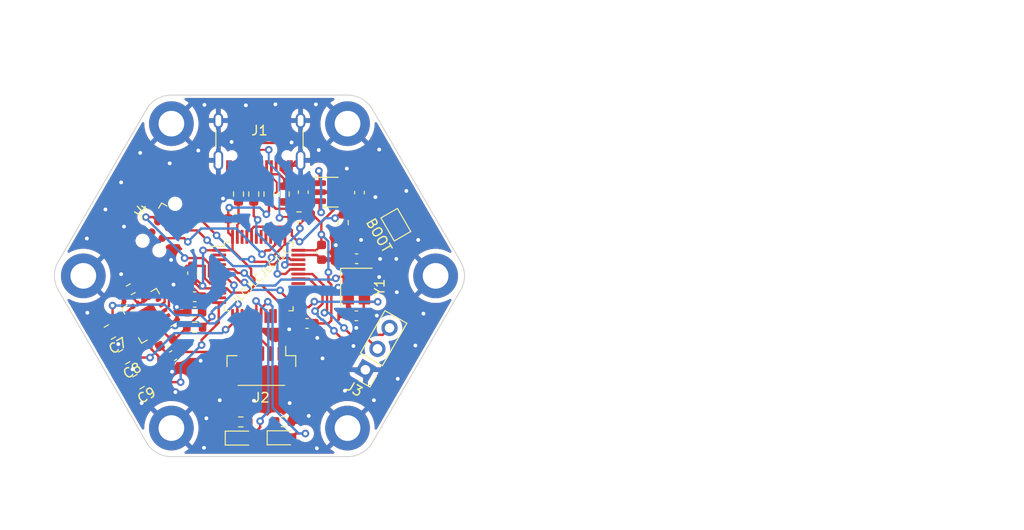
<source format=kicad_pcb>
(kicad_pcb (version 20221018) (generator pcbnew)
  (layers (0 "F.Cu" signal) (31 "B.Cu" signal) (34 "B.Paste" user) (35 "F.Paste" user) (36 "B.SilkS" user "B.Silkscreen") (37 "F.SilkS" user "F.Silkscreen") (38 "B.Mask" user) (39 "F.Mask" user) (44 "Edge.Cuts" user))
  (net 0 "")
  (net 1 "+3.3V")
  (net 5 "ADXL_Z1_{out}")
  (net 6 "ADXL_Y1_{out}")
  (net 7 "ADXL_X1_{out}")
  (net 8 "Net-(D1-K)")
  (net 9 "Net-(D2-K)")
  (net 10 "Net-(J1-CC1)")
  (net 12 "USB_D+")
  (net 13 "Net-(U1-PD0)")
  (net 14 "USB_D-")
  (net 15 "Net-(U1-PD1)")
  (net 17 "ADXL_X2_{out}")
  (net 18 "ADXL_Y2_{out}")
  (net 19 "ADXL_Z2_{out}")
  (net 24 "Net-(J1-CC2)")
  (net 30 "Net-(D1-A)")
  (net 31 "Net-(D2-A)")
  (net 33 "BOOT0")
  (net 34 "TX1")
  (net 35 "Net-(U1-PA12)")
  (net 36 "RX1")
  (net 38 "RST")
  (net 43 "Net-(U1-PA11)")
  (net 46 "SWO")
  (net 47 "+5V")
  (net 48 "GND")
  (net 49 "ADXL_SELF_TEST")
  (net 58 "SWDIO")
  (net 59 "SWCLK")
  (footprint "Package_TO_SOT_SMD:SOT-23-5" (layer "F.Cu") (at 157.289715 91.478051)
    (fp_text reference "U2" hide)
    (fp_text value "AP2112K-3.3")
  )
  (footprint "Capacitor_SMD:C_0805_2012Metric_Pad1.18x1.45mm_HandSolder" (layer "F.Cu") (at 134.118714 106.183328 -150)
    (fp_text reference "C7")
    (fp_text value "4.7nF")
  )
  (footprint "adxl355:LGA-16_4x4mm_P0.65mm_LayoutBorder4x4y_EP" (layer "F.Cu") (at 138.227215 104.478051 -150)
    (fp_text reference "U3" hide)
    (fp_text value "ADXL335")
  )
  (footprint "MountingHole:MountingHole_2.7mm_M2.5_DIN965_Pad" (layer "F.Cu") (at 159.077215 84.278051)
    (fp_text reference "H3" hide)
    (fp_text value "MountingHole_Pad")
  )
  (footprint "Resistor_SMD:R_0603_1608Metric" (layer "F.Cu") (at 149.227215 91.678051 90)
    (fp_text reference "R6" hide)
    (fp_text value "22")
  )
  (footprint "Connector_PinHeader_2.54mm:PinHeader_1x03_P2.54mm_Vertical" (layer "F.Cu") (at 160.95 110.15 150)
    (fp_text reference "J3")
    (fp_text value "Conn_01x03")
  )
  (footprint "Resistor_SMD:R_0603_1608Metric" (layer "F.Cu") (at 143.027215 105.678051 180)
    (fp_text reference "R7" hide)
    (fp_text value "10k")
  )
  (footprint "Resistor_SMD:R_0603_1608Metric" (layer "F.Cu") (at 152.35 115.6 180)
    (fp_text reference "R10" hide)
    (fp_text value "1k")
  )
  (footprint "MountingHole:MountingHole_2.7mm_M2.5_DIN965_Pad" (layer "F.Cu") (at 131.327215 100.278051)
    (fp_text reference "H5" hide)
    (fp_text value "MountingHole_Pad")
  )
  (footprint "Connector_USB:USB_C_Receptacle_XKB_U262-16XN-4BVC11" (layer "F.Cu") (at 149.827215 85.028051 180)
    (fp_text reference "J1")
    (fp_text value "USB_C_Receptacle_USB2.0")
  )
  (footprint "Package_QFP:LQFP-48_7x7mm_P0.5mm" (layer "F.Cu") (at 149.75 100.3375)
    (fp_text reference "U1" hide)
    (fp_text value "STM32F103C8Tx")
  )
  (footprint "Resistor_SMD:R_0603_1608Metric" (layer "F.Cu") (at 147.627215 91.678051 -90)
    (fp_text reference "R2" hide)
    (fp_text value "5.1k")
  )
  (footprint "Resistor_SMD:R_0603_1608Metric" (layer "F.Cu") (at 152.427215 91.678051 -90)
    (fp_text reference "R1" hide)
    (fp_text value "5.1k")
  )
  (footprint "LED_SMD:LED_0603_1608Metric_Pad1.05x0.95mm_HandSolder" (layer "F.Cu") (at 152.3 117.3)
    (fp_text reference "D2" hide)
    (fp_text value "LED")
  )
  (footprint "MountingHole:MountingHole_2.7mm_M2.5_DIN965_Pad" (layer "F.Cu") (at 159.077215 116.278051)
    (fp_text reference "H2" hide)
    (fp_text value "MountingHole_Pad")
  )
  (footprint "MountingHole:MountingHole_2.7mm_M2.5_DIN965_Pad" (layer "F.Cu") (at 140.577215 84.278051)
    (fp_text reference "H4" hide)
    (fp_text value "MountingHole_Pad")
  )
  (footprint "Capacitor_SMD:C_0603_1608Metric" (layer "F.Cu") (at 160.327215 91.528051 90)
    (fp_text reference "C1" hide)
    (fp_text value "10uF")
  )
  (footprint "Capacitor_SMD:C_0603_1608Metric" (layer "F.Cu") (at 140.756045 108.665551 -150)
    (fp_text reference "C11" hide)
    (fp_text value "1uF")
  )
  (footprint "Resistor_SMD:R_0603_1608Metric" (layer "F.Cu") (at 158.627215 94.678051 -90)
    (fp_text reference "R3" hide)
    (fp_text value "100k")
  )
  (footprint "MountingHole:MountingHole_2.7mm_M2.5_DIN965_Pad" (layer "F.Cu") (at 168.327215 100.278051)
    (fp_text reference "H6" hide)
    (fp_text value "MountingHole_Pad")
  )
  (footprint "MountingHole:MountingHole_2.7mm_M2.5_DIN965_Pad" (layer "F.Cu") (at 140.577215 116.278051)
    (fp_text reference "H1" hide)
    (fp_text value "MountingHole_Pad")
  )
  (footprint "Capacitor_SMD:C_0603_1608Metric" (layer "F.Cu") (at 154.827215 105.278051 180)
    (fp_text reference "C4" hide)
    (fp_text value "0.1uF")
  )
  (footprint "Capacitor_SMD:C_0603_1608Metric" (layer "F.Cu") (at 160.027215 98.478051)
    (fp_text reference "C14" hide)
    (fp_text value "20pF")
  )
  (footprint "Resistor_SMD:R_0603_1608Metric" (layer "F.Cu") (at 150.827215 91.678051 -90)
    (fp_text reference "R4" hide)
    (fp_text value "1.5k")
  )
  (footprint "Capacitor_SMD:C_0603_1608Metric" (layer "F.Cu") (at 156.35 97.8 -90)
    (fp_text reference "C3" hide)
    (fp_text value "0.1uF")
  )
  (footprint "Capacitor_SMD:C_0805_2012Metric_Pad1.18x1.45mm_HandSolder" (layer "F.Cu") (at 137.128714 111.396801 -150)
    (fp_text reference "C9")
    (fp_text value "4.7nF")
  )
  (footprint "LED_SMD:LED_0603_1608Metric_Pad1.05x0.95mm_HandSolder" (layer "F.Cu") (at 147.897785 117.330492)
    (fp_text reference "D1" hide)
    (fp_text value "LED")
  )
  (footprint "Jumper:SolderJumper-2_P1.3mm_Open_TrianglePad1.0x1.5mm" (layer "F.Cu") (at 164.15 94.9 120)
    (fp_text reference "JP1" hide)
    (fp_text value "Jumper_2_Open")
  )
  (footprint "Resistor_SMD:R_0603_1608Metric" (layer "F.Cu") (at 147.872785 115.630492 180)
    (fp_text reference "R9" hide)
    (fp_text value "1k")
  )
  (footprint "Capacitor_SMD:C_0603_1608Metric" (layer "F.Cu") (at 160.002215 104.478051 180)
    (fp_text reference "C15" hide)
    (fp_text value "20pF")
  )
  (footprint "Capacitor_SMD:C_0603_1608Metric" (layer "F.Cu") (at 147.327215 94.278051)
    (fp_text reference "C6" hide)
    (fp_text value "0.1uF")
  )
  (footprint "Capacitor_SMD:C_0603_1608Metric" (layer "F.Cu") (at 154.427215 91.478051 90)
    (fp_text reference "C2" hide)
    (fp_text value "10uF")
  )
  (footprint "Capacitor_SMD:C_0603_1608Metric" (layer "F.Cu") (at 142.8 100 90)
    (fp_text reference "C5" hide)
    (fp_text value "0.1uF")
  )
  (footprint "Capacitor_SMD:C_0603_1608Metric" (layer "F.Cu") (at 140.027215 107.278051 -150)
    (fp_text reference "C10" hide)
    (fp_text value "0.1uF")
  )
  (footprint "Resistor_SMD:R_0603_1608Metric" (layer "F.Cu") (at 153.977215 94.078051 180)
    (fp_text reference "R5" hide)
    (fp_text value "22")
  )
  (footprint "Capacitor_SMD:C_0805_2012Metric_Pad1.18x1.45mm_HandSolder" (layer "F.Cu") (at 135.623714 108.790065 -150)
    (fp_text reference "C8")
    (fp_text value "4.7nF")
  )
  (footprint "Capacitor_SMD:C_0603_1608Metric" (layer "F.Cu") (at 143.027215 104.078051 180)
    (fp_text reference "C12" hide)
    (fp_text value "1uF")
  )
  (footprint "Connector_JST:JST_SH_BM05B-SRSS-TB_1x05-1MP_P1.00mm_Vertical" (layer "F.Cu") (at 150.027215 109.778051 180)
    (fp_text reference "J2")
    (fp_text value "JST-SH-01x05")
  )
  (footprint "Connector:Tag-Connect_TC2030-IDC-NL_2x03_P1.27mm_Vertical" (layer "F.Cu") (at 139.7 94.9 -120)
    (fp_text reference "J4")
    (fp_text value "Conn_ARM_SWD_TagConnect_TC2030-NL")
  )
  (footprint "Capacitor_SMD:C_0603_1608Metric" (layer "F.Cu") (at 143.027215 102.478051 180)
    (fp_text reference "C13" hide)
    (fp_text value "10nF")
  )
  (footprint "Resistor_SMD:R_0603_1608Metric" (layer "F.Cu") (at 136.312744 101.690551 30)
    (fp_text reference "R8" hide)
    (fp_text value "10k")
  )
  (footprint "Crystal:Crystal_SMD_3225-4Pin_3.2x2.5mm" (layer "F.Cu") (at 160.002215 101.478051 -90)
    (fp_text reference "Y1")
    (fp_text value "Crystal_GND24")
  )
  (gr_line (start 161.693836 82.774942) (end 170.956994 98.774942) (stroke (width 0.1)) (layer "Edge.Cuts"))
  (gr_line (start 140.556873 81.278051) (end 159.097557 81.278051) (stroke (width 0.1)) (layer "Edge.Cuts"))
  (gr_line (start 128.697436 98.774942) (end 137.960594 82.774942) (stroke (width 0.1)) (layer "Edge.Cuts"))
  (gr_line (start 159.097557 119.278051) (end 140.556873 119.278051) (stroke (width 0.1)) (layer "Edge.Cuts"))
  (gr_arc (start 159.097557 81.278051) (mid 160.595987 81.679093) (end 161.693836 82.774942) (stroke (width 0.1)) (layer "Edge.Cuts"))
  (gr_line (start 137.960594 117.78116) (end 128.697436 101.78116) (stroke (width 0.1)) (layer "Edge.Cuts"))
  (gr_arc (start 161.693836 117.78116) (mid 160.59601 118.877038) (end 159.097557 119.278051) (stroke (width 0.1)) (layer "Edge.Cuts"))
  (gr_line (start 170.956994 101.78116) (end 161.693836 117.78116) (stroke (width 0.1)) (layer "Edge.Cuts"))
  (gr_arc (start 137.960594 82.774942) (mid 139.058425 81.679062) (end 140.556873 81.278051) (stroke (width 0.1)) (layer "Edge.Cuts"))
  (gr_arc (start 170.956994 98.774942) (mid 171.360715 100.278051) (end 170.956994 101.78116) (stroke (width 0.1)) (layer "Edge.Cuts"))
  (gr_arc (start 140.556873 119.278051) (mid 139.058443 118.877009) (end 137.960594 117.78116) (stroke (width 0.1)) (layer "Edge.Cuts"))
  (gr_arc (start 128.697436 101.78116) (mid 128.293715 100.278051) (end 128.697436 98.774942) (stroke (width 0.1)) (layer "Edge.Cuts"))
  (gr_text "JLCJLCJLCJLC" (at 147.4 103.5 45) (layer "F.SilkS") (effects (font (size 0.8 0.8) (thickness 0.1)) (justify left bottom)))
  (segment (start 162.8 91.75) (end 161.803051 90.753051) (width 0.25) (layer "F.Cu") (net 1))
  (segment (start 155.7875 97.5875) (end 156.35 97.025) (width 0.25) (layer "F.Cu") (net 1))
  (segment (start 149.3 101.3) (end 150.105264 101.3) (width 0.25) (layer "F.Cu") (net 1))
  (segment (start 156.327215 94.628051) (end 156.327215 95.928051) (width 0.25) (layer "F.Cu") (net 1))
  (segment (start 156.327215 97.002215) (end 156.327215 95.928051) (width 0.25) (layer "F.Cu") (net 1))
  (segment (start 150.827215 92.503051) (end 151.552215 93.228051) (width 0.25) (layer "F.Cu") (net 1))
  (segment (start 155.602215 105.278051) (end 154.802215 104.478051) (width 0.25) (layer "F.Cu") (net 1))
  (segment (start 150.105264 101.3) (end 152.5 103.694736) (width 0.25) (layer "F.Cu") (net 1))
  (segment (start 146.552215 95.727215) (end 147 96.175) (width 0.25) (layer "F.Cu") (net 1))
  (segment (start 156.35 97.025) (end 156.327215 97.002215) (width 0.25) (layer "F.Cu") (net 1))
  (segment (start 155.527215 93.585589) (end 155.527215 93.953356) (width 0.25) (layer "F.Cu") (net 1))
  (segment (start 157.3755 101.195747) (end 157.067306 100.887553) (width 0.25) (layer "F.Cu") (net 1))
  (segment (start 146.552215 93.197785) (end 146.552215 94.278051) (width 0.25) (layer "F.Cu") (net 1))
  (segment (start 150.827215 92.503051) (end 150.827215 93.522785) (width 0.25) (layer "F.Cu") (net 1))
  (segment (start 146.990551 97.5875) (end 148.9505 99.547449) (width 0.25) (layer "F.Cu") (net 1))
  (segment (start 139.785074 93.482648) (end 139.785074 92.414926) (width 0.25) (layer "F.Cu") (net 1))
  (segment (start 146.65 93.1) (end 146.552215 93.197785) (width 0.25) (layer "F.Cu") (net 1))
  (segment (start 145.5875 97.5875) (end 143.9125 97.5875) (width 0.25) (layer "F.Cu") (net 1))
  (segment (start 143.854609 101.320868) (end 143.308741 100.775) (width 0.25) (layer "F.Cu") (net 1))
  (segment (start 155.602215 105.278051) (end 157.071949 105.278051) (width 0.25) (layer "F.Cu") (net 1))
  (segment (start 146.990551 97.5875) (end 147 97.578051) (width 0.25) (layer "F.Cu") (net 1))
  (segment (start 142.8 100.775) (end 142.8 101.475836) (width 0.25) (layer "F.Cu") (net 1))
  (segment (start 157.827215 93.128051) (end 161.471949 93.128051) (width 0.25) (layer "F.Cu") (net 1))
  (segment (start 148.9505 100.237245) (end 149.3 100.586745) (width 0.25) (layer "F.Cu") (net 1))
  (segment (start 147 96.175) (end 147 97.578051) (width 0.25) (layer "F.Cu") (net 1))
  (segment (start 147.852215 108.278051) (end 148.027215 108.453051) (width 0.25) (layer "F.Cu") (net 1))
  (segment (start 140.989715 106.890551) (end 142.202215 105.678051) (width 0.25) (layer "F.Cu") (net 1))
  (segment (start 161.65 92.95) (end 162.771949 92.95) (width 0.25) (layer "F.Cu") (net 1))
  (segment (start 148.9505 99.547449) (end 148.9505 100.237245) (width 0.25) (layer "F.Cu") (net 1))
  (segment (start 146.552215 94.278051) (end 146.552215 95.727215) (width 0.25) (layer "F.Cu") (net 1))
  (segment (start 157.3755 104.9745) (end 157.3755 101.195747) (width 0.25) (layer "F.Cu") (net 1))
  (segment (start 163.221949 93.706581) (end 163.221949 93.4) (width 0.25) (layer "F.Cu") (net 1))
  (segment (start 141.427215 108.278051) (end 141.427215 107.619381) (width 0.25) (layer "F.Cu") (net 1))
  (segment (start 142.202215 105.678051) (end 143.802215 104.078051) (width 0.25) (layer "F.Cu") (net 1))
  (segment (start 139.785074 92.414926) (end 140.6 91.6) (width 0.25) (layer "F.Cu") (net 1))
  (segment (start 142.8 101.475836) (end 143.802215 102.478051) (width 0.25) (layer "F.Cu") (net 1))
  (segment (start 152.5 103.694736) (end 152.5 104.5) (width 0.25) (layer "F.Cu") (net 1))
  (segment (start 162.771949 92.95) (end 163.221949 93.4) (width 0.25) (layer "F.Cu") (net 1))
  (segment (start 152.521949 104.478051) (end 152.5 104.5) (width 0.25) (layer "F.Cu") (net 1))
  (segment (start 148.555221 102.044779) (end 146.850043 102.044779) (width 0.25) (layer "F.Cu") (net 1))
  (segment (start 160.327215 90.753051) (end 158.652215 90.753051) (width 0.25) (layer "F.Cu") (net 1))
  (segment (start 151.552215 93.228051) (end 155.169677 93.228051) (width 0.25) (layer "F.Cu") (net 1))
  (segment (start 143.308741 100.775) (end 142.8 100.775) (width 0.25) (layer "F.Cu") (net 1))
  (segment (start 141.427215 107.619381) (end 140.698385 106.890551) (width 0.25) (layer "F.Cu") (net 1))
  (segment (start 156.20191 94.628051) (end 156.327215 94.628051) (width 0.25) (layer "F.Cu") (net 1))
  (segment (start 158.652215 90.753051) (end 158.427215 90.528051) (width 0.25) (layer "F.Cu") (net 1))
  (segment (start 146.850043 102.044779) (end 146.392764 101.5875) (width 0.25) (layer "F.Cu") (net 1))
  (segment (start 141.427215 108.278051) (end 147.852215 108.278051) (width 0.25) (layer "F.Cu") (net 1))
  (segment (start 143.53556 93.13556) (end 143.53556 93.6) (width 0.25) (layer "F.Cu") (net 1))
  (segment (start 140.698385 106.890551) (end 140.989715 106.890551) (width 0.25) (layer "F.Cu") (net 1))
  (segment (start 143.53556 93.6) (end 144.213611 94.278051) (width 0.25) (layer "F.Cu") (net 1))
  (segment (start 140.46143 106.890551) (end 140.698385 106.890551) (width 0.25) (layer "F.Cu") (net 1))
  (segment (start 143.802215 104.078051) (end 143.802215 102.478051) (width 0.25) (layer "F.Cu") (net 1))
  (segment (start 162.8 92.978051) (end 162.8 91.75) (width 0.25) (layer "F.Cu") (net 1))
  (segment (start 149.3 100.586745) (end 149.3 101.3) (width 0.25) (layer "F.Cu") (net 1))
  (segment (start 144.213611 94.278051) (end 146.552215 94.278051) (width 0.25) (layer "F.Cu") (net 1))
  (segment (start 155.527215 93.953356) (end 156.20191 94.628051) (width 0.25) (layer "F.Cu") (net 1))
  (segment (start 156.327215 94.628051) (end 157.827215 93.128051) (width 0.25) (layer "F.Cu") (net 1))
  (segment (start 161.803051 90.753051) (end 160.327215 90.753051) (width 0.25) (layer "F.Cu") (net 1))
  (segment (start 142 91.6) (end 143.53556 93.13556) (width 0.25) (layer "F.Cu") (net 1))
  (segment (start 139.358673 105.787794) (end 140.46143 106.890551) (width 0.25) (layer "F.Cu") (net 1))
  (segment (start 153.9125 97.5875) (end 155.7875 97.5875) (width 0.25) (layer "F.Cu") (net 1))
  (segment (start 154.802215 104.478051) (end 152.521949 104.478051) (width 0.25) (layer "F.Cu") (net 1))
  (segment (start 142.8 100.775) (end 143.6125 101.5875) (width 0.25) (layer "F.Cu") (net 1))
  (segment (start 157.071949 105.278051) (end 157.3755 104.9745) (width 0.25) (layer "F.Cu") (net 1))
  (segment (start 157.067306 100.887553) (end 157.067306 99.899128) (width 0.25) (layer "F.Cu") (net 1))
  (segment (start 140.6 91.6) (end 142 91.6) (width 0.25) (layer "F.Cu") (net 1))
  (segment (start 145.5875 97.5875) (end 146.990551 97.5875) (width 0.25) (layer "F.Cu") (net 1))
  (segment (start 139.358673 105.787794) (end 139.120757 105.787794) (width 0.25) (layer "F.Cu") (net 1))
  (segment (start 161.471949 93.128051) (end 161.65 92.95) (width 0.25) (layer "F.Cu") (net 1))
  (segment (start 146.392764 101.5875) (end 145.5875 101.5875) (width 0.25) (layer "F.Cu") (net 1))
  (segment (start 155.169677 93.228051) (end 155.527215 93.585589) (width 0.25) (layer "F.Cu") (net 1))
  (segment (start 143.6125 101.5875) (end 145.5875 101.5875) (width 0.25) (layer "F.Cu") (net 1))
  (segment (start 143.9125 97.5875) (end 143.9 97.6) (width 0.25) (layer "F.Cu") (net 1))
  (segment (start 149.3 101.3) (end 148.555221 102.044779) (width 0.25) (layer "F.Cu") (net 1))
  (segment (start 150.827215 93.522785) (end 150.55 93.8) (width 0.25) (layer "F.Cu") (net 1))
  (segment (start 163.7875 94.272132) (end 163.221949 93.706581) (width 0.25) (layer "F.Cu") (net 1))
  (segment (start 139.120757 105.787794) (end 138.795757 106.112794) (width 0.25) (layer "F.Cu") (net 1))
  (segment (start 163.221949 93.4) (end 162.8 92.978051) (width 0.25) (layer "F.Cu") (net 1))
  (via (at 143.9 97.6) (size 0.8) (drill 0.4) (layers "F.Cu" "B.Cu") (net 1))
  (via (at 157.067306 99.899128) (size 0.8) (drill 0.4) (layers "F.Cu" "B.Cu") (net 1))
  (via (at 143.854609 101.320868) (size 0.8) (drill 0.4) (layers "F.Cu" "B.Cu") (net 1))
  (via (at 150.55 93.8) (size 0.8) (drill 0.4) (layers "F.Cu" "B.Cu") (net 1))
  (via (at 146.65 93.1) (size 0.8) (drill 0.4) (layers "F.Cu" "B.Cu") (net 1))
  (via (at 156.327215 95.928051) (size 0.8) (drill 0.4) (layers "F.Cu" "B.Cu") (net 1))
  (segment (start 146.65 93.1) (end 149.85 93.1) (width 0.25) (layer "B.Cu") (net 1))
  (segment (start 143.854609 101.320868) (end 143.9 101.275477) (width 0.25) (layer "B.Cu") (net 1))
  (segment (start 156.327215 95.928051) (end 157.067306 96.668142) (width 0.25) (layer "B.Cu") (net 1))
  (segment (start 157.067306 96.668142) (end 157.067306 99.899128) (width 0.25) (layer "B.Cu") (net 1))
  (segment (start 149.85 93.1) (end 150.55 93.8) (width 0.25) (layer "B.Cu") (net 1))
  (segment (start 143.9 101.275477) (end 143.9 97.6) (width 0.25) (layer "B.Cu") (net 1))
  (segment (start 135.577215 104.32828) (end 135.700963 104.204532) (width 0.25) (layer "F.Cu") (net 5))
  (segment (start 135.986431 104.039717) (end 136.53284 103.493308) (width 0.25) (layer "F.Cu") (net 5))
  (segment (start 134.4 103.4) (end 134.4 105.425305) (width 0.25) (layer "F.Cu") (net 5))
  (segment (start 135.017215 105.664578) (end 135.577215 105.104578) (width 0.25) (layer "F.Cu") (net 5))
  (segment (start 147.5 104.5) (end 147.5 103.322937) (width 0.25) (layer "F.Cu") (net 5))
  (segment (start 135.577215 105.104578) (end 135.577215 104.32828) (width 0.25) (layer "F.Cu") (net 5))
  (segment (start 134.639273 105.664578) (end 135.017215 105.664578) (width 0.25) (layer "F.Cu") (net 5))
  (segment (start 134.4 105.425305) (end 134.639273 105.664578) (width 0.25) (layer "F.Cu") (net 5))
  (segment (start 135.700963 104.204532) (end 135.986431 104.039717) (width 0.25) (layer "F.Cu") (net 5))
  (via (at 147.572659 103.250278) (size 0.8) (drill 0.4) (layers "F.Cu" "B.Cu") (net 5))
  (via (at 134.4 103.4) (size 0.8) (drill 0.4) (layers "F.Cu" "B.Cu") (net 5))
  (segment (start 134.4 103.4) (end 137 103.4) (width 0.25) (layer "B.Cu") (net 5))
  (segment (start 147.199722 103.250278) (end 147.572659 103.250278) (width 0.25) (layer "B.Cu") (net 5))
  (segment (start 137.1 103.3) (end 139.874695 103.3) (width 0.25) (layer "B.Cu") (net 5))
  (segment (start 139.874695 103.3) (end 140.974695 104.4) (width 0.25) (layer "B.Cu") (net 5))
  (segment (start 145.175 105.275) (end 147.199722 103.250278) (width 0.25) (layer "B.Cu") (net 5))
  (segment (start 140.974695 104.4) (end 143.65096 104.4) (width 0.25) (layer "B.Cu") (net 5))
  (segment (start 143.65096 104.4) (end 144.52596 105.275) (width 0.25) (layer "B.Cu") (net 5))
  (segment (start 137 103.4) (end 137.1 103.3) (width 0.25) (layer "B.Cu") (net 5))
  (segment (start 144.52596 105.275) (end 145.175 105.275) (width 0.25) (layer "B.Cu") (net 5))
  (segment (start 136.592472 105.046593) (end 136.259836 105.379229) (width 0.25) (layer "F.Cu") (net 6))
  (segment (start 146.270694 105.928551) (end 146.371449 105.928551) (width 0.25) (layer "F.Cu") (net 6))
  (segment (start 137.117019 108.866119) (end 136.522215 108.271315) (width 0.25) (layer "F.Cu") (net 6))
  (segment (start 146.371449 105.928551) (end 147 105.3) (width 0.25) (layer "F.Cu") (net 6))
  (segment (start 136.259836 108.008936) (end 136.522215 108.271315) (width 0.25) (layer "F.Cu") (net 6))
  (segment (start 136.259836 105.379229) (end 136.259836 108.008936) (width 0.25) (layer "F.Cu") (net 6))
  (segment (start 147 105.3) (end 147 104.5) (width 0.25) (layer "F.Cu") (net 6))
  (segment (start 138.333881 108.866119) (end 137.117019 108.866119) (width 0.25) (layer "F.Cu") (net 6))
  (via (at 146.270694 105.928551) (size 0.8) (drill 0.4) (layers "F.Cu" "B.Cu") (net 6))
  (via (at 138.333881 108.866119) (size 0.8) (drill 0.4) (layers "F.Cu" "B.Cu") (net 6))
  (segment (start 146.270694 105.928551) (end 145.899245 106.3) (width 0.25) (layer "B.Cu") (net 6))
  (segment (start 145.899245 106.3) (end 140.9 106.3) (width 0.25) (layer "B.Cu") (net 6))
  (segment (start 140.9 106.3) (end 138.333881 108.866119) (width 0.25) (layer "B.Cu") (net 6))
  (segment (start 138.483744 107.491934) (end 138.483744 107.991383) (width 0.25) (layer "F.Cu") (net 7))
  (segment (start 139.578051 110.878051) (end 138.027215 110.878051) (width 0.25) (layer "F.Cu") (net 7))
  (segment (start 145.5875 103.0875) (end 145.550765 103.124235) (width 0.25) (layer "F.Cu") (net 7))
  (segment (start 145.550765 105.199235) (end 143.750617 106.999383) (width 0.25) (layer "F.Cu") (net 7))
  (segment (start 145.550765 103.124235) (end 145.550765 105.199235) (width 0.25) (layer "F.Cu") (net 7))
  (segment (start 137.242472 106.172426) (end 137.242472 106.250662) (width 0.25) (layer "F.Cu") (net 7))
  (segment (start 139.212574 109.692692) (end 138.027215 110.878051) (width 0.25) (layer "F.Cu") (net 7))
  (segment (start 140.15 111.45) (end 139.578051 110.878051) (width 0.25) (layer "F.Cu") (net 7))
  (segment (start 141.55 111.45) (end 140.15 111.45) (width 0.25) (layer "F.Cu") (net 7))
  (segment (start 138.483744 107.991383) (end 139.212574 108.720213) (width 0.25) (layer "F.Cu") (net 7))
  (segment (start 143.750617 106.999383) (end 143.750617 107.553551) (width 0.25) (layer "F.Cu") (net 7))
  (segment (start 137.242472 106.250662) (end 138.483744 107.491934) (width 0.25) (layer "F.Cu") (net 7))
  (segment (start 139.212574 108.720213) (end 139.212574 109.692692) (width 0.25) (layer "F.Cu") (net 7))
  (via (at 143.750617 107.553551) (size 0.8) (drill 0.4) (layers "F.Cu" "B.Cu") (net 7))
  (via (at 141.55 111.45) (size 0.8) (drill 0.4) (layers "F.Cu" "B.Cu") (net 7))
  (segment (start 141.55 111.45) (end 141.55 109.7) (width 0.25) (layer "B.Cu") (net 7))
  (segment (start 141.55 109.7) (end 143.696449 107.553551) (width 0.25) (layer "B.Cu") (net 7))
  (segment (start 143.696449 107.553551) (end 143.750617 107.553551) (width 0.25) (layer "B.Cu") (net 7))
  (segment (start 147.047785 115.630492) (end 147.047785 117.305492) (width 0.25) (layer "F.Cu") (net 8))
  (segment (start 147.047785 117.305492) (end 147.022785 117.330492) (width 0.25) (layer "F.Cu") (net 8))
  (segment (start 151.525 117.2) (end 151.425 117.3) (width 0.25) (layer "F.Cu") (net 9))
  (segment (start 151.525 115.6) (end 151.525 117.2) (width 0.25) (layer "F.Cu") (net 9))
  (segment (start 151.102215 89.598051) (end 151.915819 89.598051) (width 0.25) (layer "F.Cu") (net 10))
  (segment (start 151.077215 89.573051) (end 151.102215 89.598051) (width 0.25) (layer "F.Cu") (net 10))
  (segment (start 151.077215 88.698051) (end 151.077215 89.573051) (width 0.25) (layer "F.Cu") (net 10))
  (segment (start 151.915819 89.598051) (end 152.427215 90.109447) (width 0.25) (layer "F.Cu") (net 10))
  (segment (start 152.427215 90.109447) (end 152.427215 90.853051) (width 0.25) (layer "F.Cu") (net 10))
  (segment (start 149.552215 87.398051) (end 149.602215 87.398051) (width 0.2) (layer "F.Cu") (net 12))
  (segment (start 149.127215 87.823051) (end 149.552215 87.398051) (width 0.2) (layer "F.Cu") (net 12))
  (segment (start 149.602215 87.398051) (end 150.077215 87.873051) (width 0.2) (layer "F.Cu") (net 12))
  (segment (start 150.8 87.0245) (end 149.925766 87.0245) (width 0.2) (layer "F.Cu") (net 12))
  (segment (start 153.152215 94.078051) (end 152.027215 94.078051) (width 0.2) (layer "F.Cu") (net 12))
  (segment (start 150.077215 87.873051) (end 150.077215 88.698051) (width 0.2) (layer "F.Cu") (net 12))
  (segment (start 149.077215 88.698051) (end 149.077215 87.873051) (width 0.2) (layer "F.Cu") (net 12))
  (segment (start 149.925766 87.0245) (end 149.127215 87.823051) (width 0.2) (layer "F.Cu") (net 12))
  (segment (start 150.077215 88.698051) (end 150.077215 90.103051) (width 0.2) (layer "F.Cu") (net 12))
  (segment (start 150.077215 90.103051) (end 150.827215 90.853051) (width 0.2) (layer "F.Cu") (net 12))
  (segment (start 149.077215 87.873051) (end 149.127215 87.823051) (width 0.2) (layer "F.Cu") (net 12))
  (segment (start 152.027215 94.078051) (end 151.927215 94.178051) (width 0.2) (layer "F.Cu") (net 12))
  (via (at 150.8 87.0245) (size 0.8) (drill 0.4) (layers "F.Cu" "B.Cu") (net 12))
  (via (at 151.927215 94.178051) (size 0.8) (drill 0.4) (layers "F.Cu" "B.Cu") (net 12))
  (segment (start 150.8 87.0245) (end 150.8 88.4) (width 0.2) (layer "B.Cu") (net 12))
  (segment (start 150.8 88.4) (end 151.927215 89.527215) (width 0.2) (layer "B.Cu") (net 12))
  (segment (start 151.927215 89.527215) (end 151.927215 94.178051) (width 0.2) (layer "B.Cu") (net 12))
  (segment (start 147.526715 99.977551) (end 147.136664 99.5875) (width 0.25) (layer "F.Cu") (net 13))
  (segment (start 159.252215 98.478051) (end 159.252215 100.278051) (width 0.25) (layer "F.Cu") (net 13))
  (segment (start 157.995478 100.378051) (end 157.838112 100.535417) (width 0.25) (layer "F.Cu") (net 13))
  (segment (start 148.2255 99.977551) (end 147.526715 99.977551) (width 0.25) (layer "F.Cu") (net 13))
  (segment (start 159.252215 100.278051) (end 159.152215 100.378051) (width 0.25) (layer "F.Cu") (net 13))
  (segment (start 159.152215 100.378051) (end 157.995478 100.378051) (width 0.25) (layer "F.Cu") (net 13))
  (segment (start 147.136664 99.5875) (end 145.5875 99.5875) (width 0.25) (layer "F.Cu") (net 13))
  (via (at 148.2255 99.977551) (size 0.8) (drill 0.4) (layers "F.Cu" "B.Cu") (net 13))
  (via (at 157.838112 100.535417) (size 0.8) (drill 0.4) (layers "F.Cu" "B.Cu") (net 13))
  (segment (start 151.474695 101.3) (end 152.105253 100.669442) (width 0.25) (layer "B.Cu") (net 13))
  (segment (start 149.6 101.3) (end 151.474695 101.3) (width 0.25) (layer "B.Cu") (net 13))
  (segment (start 148.55 100.25) (end 149.6 101.3) (width 0.25) (layer "B.Cu") (net 13))
  (segment (start 157.704087 100.669442) (end 157.838112 100.535417) (width 0.25) (layer "B.Cu") (net 13))
  (segment (start 148.2255 99.977551) (end 148.497949 100.25) (width 0.25) (layer "B.Cu") (net 13))
  (segment (start 148.497949 100.25) (end 148.55 100.25) (width 0.25) (layer "B.Cu") (net 13))
  (segment (start 152.105253 100.669442) (end 157.704087 100.669442) (width 0.25) (layer "B.Cu") (net 13))
  (segment (start 150.577215 89.674091) (end 150.931175 90.028051) (width 0.2) (layer "F.Cu") (net 14))
  (segment (start 151.234322 90.028051) (end 151.652215 90.445944) (width 0.2) (layer "F.Cu") (net 14))
  (segment (start 151.652215 90.445944) (end 151.652215 91.453051) (width 0.2) (layer "F.Cu") (net 14))
  (segment (start 150.577215 88.698051) (end 150.577215 89.674091) (width 0.2) (layer "F.Cu") (net 14))
  (segment (start 151.652215 91.453051) (end 151.552215 91.553051) (width 0.2) (layer "F.Cu") (net 14))
  (segment (start 151.552215 91.553051) (end 149.927215 91.553051) (width 0.2) (layer "F.Cu") (net 14))
  (segment (start 149.577215 88.698051) (end 149.577215 90.503051) (width 0.2) (layer "F.Cu") (net 14))
  (segment (start 149.577215 90.503051) (end 149.227215 90.853051) (width 0.2) (layer "F.Cu") (net 14))
  (segment (start 150.931175 90.028051) (end 151.234322 90.028051) (width 0.2) (layer "F.Cu") (net 14))
  (segment (start 149.927215 91.553051) (end 149.227215 90.853051) (width 0.2) (layer "F.Cu") (net 14))
  (segment (start 152 101.8) (end 152 101.9) (width 0.25) (layer "F.Cu") (net 15))
  (segment (start 155.013463 103.5625) (end 155.592241 102.983722) (width 0.25) (layer "F.Cu") (net 15))
  (segment (start 147.889483 100.976715) (end 147.000268 100.0875) (width 0.25) (layer "F.Cu") (net 15))
  (segment (start 161.274164 103) (end 160.852215 102.578051) (width 0.25) (layer "F.Cu") (net 15))
  (segment (start 160.777215 102.653051) (end 160.852215 102.578051) (width 0.25) (layer "F.Cu") (net 15))
  (segment (start 162.25 103) (end 161.274164 103) (width 0.25) (layer "F.Cu") (net 15))
  (segment (start 152.85 102.75) (end 152.85 103.330264) (width 0.25) (layer "F.Cu") (net 15))
  (segment (start 147.000268 100.0875) (end 145.5875 100.0875) (width 0.25) (layer "F.Cu") (net 15))
  (segment (start 152 101.9) (end 152.85 102.75) (width 0.25) (layer "F.Cu") (net 15))
  (segment (start 153.082236 103.5625) (end 155.013463 103.5625) (width 0.25) (layer "F.Cu") (net 15))
  (segment (start 152.85 103.330264) (end 153.082236 103.5625) (width 0.25) (layer "F.Cu") (net 15))
  (segment (start 160.777215 104.478051) (end 160.777215 102.653051) (width 0.25) (layer "F.Cu") (net 15))
  (segment (start 148.251509 100.976715) (end 147.889483 100.976715) (width 0.25) (layer "F.Cu") (net 15))
  (via (at 148.251509 100.976715) (size 0.8) (drill 0.4) (layers "F.Cu" "B.Cu") (net 15))
  (via (at 162.25 103) (size 0.8) (drill 0.4) (layers "F.Cu" "B.Cu") (net 15))
  (via (at 152 101.8) (size 0.8) (drill 0.4) (layers "F.Cu" "B.Cu") (net 15))
  (via (at 155.592241 102.983722) (size 0.8) (drill 0.4) (layers "F.Cu" "B.Cu") (net 15))
  (segment (start 151.95 101.75) (end 149.024794 101.75) (width 0.25) (layer "B.Cu") (net 15))
  (segment (start 152 101.8) (end 151.95 101.75) (width 0.25) (layer "B.Cu") (net 15))
  (segment (start 149.024794 101.75) (end 148.251509 100.976715) (width 0.25) (layer "B.Cu") (net 15))
  (segment (start 155.608519 103) (end 155.592241 102.983722) (width 0.25) (layer "B.Cu") (net 15))
  (segment (start 162.25 103) (end 155.608519 103) (width 0.25) (layer "B.Cu") (net 15))
  (segment (start 149.027215 108.0063) (end 149.027215 108.453051) (width 0.25) (layer "F.Cu") (net 17))
  (segment (start 148 104.5) (end 148 106.979085) (width 0.25) (layer "F.Cu") (net 17))
  (segment (start 148 106.979085) (end 149.027215 108.0063) (width 0.25) (layer "F.Cu") (net 17))
  (segment (start 148.5 106.479085) (end 150.027215 108.0063) (width 0.25) (layer "F.Cu") (net 18))
  (segment (start 150.027215 108.0063) (end 150.027215 108.453051) (width 0.25) (layer "F.Cu") (net 18))
  (segment (start 148.5 104.5) (end 148.5 106.479085) (width 0.25) (layer "F.Cu") (net 18))
  (segment (start 149 105.979085) (end 151.027215 108.0063) (width 0.25) (layer "F.Cu") (net 19))
  (segment (start 149 104.5) (end 149 105.979085) (width 0.25) (layer "F.Cu") (net 19))
  (segment (start 151.027215 108.0063) (end 151.027215 108.453051) (width 0.25) (layer "F.Cu") (net 19))
  (segment (start 148.077215 88.698051) (end 148.077215 90.403051) (width 0.25) (layer "F.Cu") (net 24))
  (segment (start 148.077215 90.403051) (end 147.627215 90.853051) (width 0.25) (layer "F.Cu") (net 24))
  (segment (start 149.9 116.203277) (end 148.772785 117.330492) (width 0.25) (layer "F.Cu") (net 30))
  (segment (start 149.9 115.55) (end 149.9 116.203277) (width 0.25) (layer "F.Cu") (net 30))
  (segment (start 149.5 102.949995) (end 149.5 104.5) (width 0.25) (layer "F.Cu") (net 30))
  (segment (start 149.465825 102.91582) (end 149.5 102.949995) (width 0.25) (layer "F.Cu") (net 30))
  (via (at 149.465825 102.91582) (size 0.8) (drill 0.4) (layers "F.Cu" "B.Cu") (net 30))
  (via (at 149.9 115.55) (size 0.8) (drill 0.4) (layers "F.Cu" "B.Cu") (net 30))
  (segment (start 149.9 115.4) (end 149.9 115.55) (width 0.25) (layer "B.Cu") (net 30))
  (segment (start 150.75 114.55) (end 149.9 115.4) (width 0.25) (layer "B.Cu") (net 30))
  (segment (start 150.75 104.199995) (end 150.75 114.55) (width 0.25) (layer "B.Cu") (net 30))
  (segment (start 149.465825 102.91582) (end 150.75 104.199995) (width 0.25) (layer "B.Cu") (net 30))
  (segment (start 153.625 116.85) (end 153.175 117.3) (width 0.25) (layer "F.Cu") (net 31))
  (segment (start 150.694736 103) (end 150 103.694736) (width 0.25) (layer "F.Cu") (net 31))
  (segment (start 150 103.694736) (end 150 104.5) (width 0.25) (layer "F.Cu") (net 31))
  (segment (start 150.7 103) (end 150.694736 103) (width 0.25) (layer "F.Cu") (net 31))
  (segment (start 154.65 116.85) (end 153.625 116.85) (width 0.25) (layer "F.Cu") (net 31))
  (via (at 154.65 116.85) (size 0.8) (drill 0.4) (layers "F.Cu" "B.Cu") (net 31))
  (via (at 150.7 103) (size 0.8) (drill 0.4) (layers "F.Cu" "B.Cu") (net 31))
  (segment (start 150.7 103) (end 151.2 103.5) (width 0.25) (layer "B.Cu") (net 31))
  (segment (start 151.2 114.100805) (end 153.949195 116.85) (width 0.25) (layer "B.Cu") (net 31))
  (segment (start 151.2 103.5) (end 151.2 114.100805) (width 0.25) (layer "B.Cu") (net 31))
  (segment (start 153.949195 116.85) (end 154.65 116.85) (width 0.25) (layer "B.Cu") (net 31))
  (segment (start 161.203051 93.853051) (end 158.627215 93.853051) (width 0.25) (layer "F.Cu") (net 33))
  (segment (start 163.963462 96.076906) (end 163.426906 96.076906) (width 0.25) (layer "F.Cu") (net 33))
  (segment (start 153.866726 96.678051) (end 153.227215 96.03854) (width 0.25) (layer "F.Cu") (net 33))
  (segment (start 152.861664 95.1125) (end 149.259315 95.1125) (width 0.25) (layer "F.Cu") (net 33))
  (segment (start 153.227215 95.478051) (end 152.861664 95.1125) (width 0.25) (layer "F.Cu") (net 33))
  (segment (start 158.627215 93.853051) (end 158.127521 93.853051) (width 0.25) (layer "F.Cu") (net 33))
  (segment (start 154.027215 96.678051) (end 153.866726 96.678051) (width 0.25) (layer "F.Cu") (net 33))
  (segment (start 149.259315 95.1125) (end 149 95.371815) (width 0.25) (layer "F.Cu") (net 33))
  (segment (start 158.127521 93.853051) (end 157.764868 94.215704) (width 0.25) (layer "F.Cu") (net 33))
  (segment (start 153.227215 96.03854) (end 153.227215 95.478051) (width 0.25) (layer "F.Cu") (net 33))
  (segment (start 164.5125 95.527868) (end 163.963462 96.076906) (width 0.25) (layer "F.Cu") (net 33))
  (segment (start 163.426906 96.076906) (end 161.203051 93.853051) (width 0.25) (layer "F.Cu") (net 33))
  (segment (start 149 95.371815) (end 149 96.175) (width 0.25) (layer "F.Cu") (net 33))
  (via (at 157.764868 94.215704) (size 0.8) (drill 0.4) (layers "F.Cu" "B.Cu") (net 33))
  (via (at 154.027215 96.678051) (size 0.8) (drill 0.4) (layers "F.Cu" "B.Cu") (net 33))
  (segment (start 156.69599 94.215704) (end 157.764868 94.215704) (width 0.25) (layer "B.Cu") (net 33))
  (segment (start 154.233643 96.678051) (end 156.69599 94.215704) (width 0.25) (layer "B.Cu") (net 33))
  (segment (start 154.027215 96.678051) (end 154.233643 96.678051) (width 0.25) (layer "B.Cu") (net 33))
  (segment (start 162.22 107.950295) (end 161.193706 106.924001) (width 0.25) (layer "F.Cu") (net 34))
  (segment (start 158.524001 106.924001) (end 157.65 106.05) (width 0.25) (layer "F.Cu") (net 34))
  (segment (start 153.9125 100.5875) (end 155.0375 100.5875) (width 0.25) (layer "F.Cu") (net 34))
  (segment (start 155.0375 100.5875) (end 156.45 102) (width 0.25) (layer "F.Cu") (net 34))
  (segment (start 161.193706 106.924001) (end 158.524001 106.924001) (width 0.25) (layer "F.Cu") (net 34))
  (segment (start 156.45 103.196694) (end 155.666211 103.980483) (width 0.25) (layer "F.Cu") (net 34))
  (segment (start 156.45 102) (end 156.45 103.196694) (width 0.25) (layer "F.Cu") (net 34))
  (via (at 155.666211 103.980483) (size 0.8) (drill 0.4) (layers "F.Cu" "B.Cu") (net 34))
  (via (at 157.65 106.05) (size 0.8) (drill 0.4) (layers "F.Cu" "B.Cu") (net 34))
  (segment (start 156.350902 104.875852) (end 155.9265 104.45145) (width 0.25) (layer "B.Cu") (net 34))
  (segment (start 157.65 106.05) (end 157.64955 106.05) (width 0.25) (layer "B.Cu") (net 34))
  (segment (start 155.9265 104.45145) (end 155.9265 104.240772) (width 0.25) (layer "B.Cu") (net 34))
  (segment (start 156.475402 104.875852) (end 156.350902 104.875852) (width 0.25) (layer "B.Cu") (net 34))
  (segment (start 157.64955 106.05) (end 156.475402 104.875852) (width 0.25) (layer "B.Cu") (net 34))
  (segment (start 155.9265 104.240772) (end 155.666211 103.980483) (width 0.25) (layer "B.Cu") (net 34))
  (segment (start 154.077215 94.803051) (end 154.802215 94.078051) (width 0.25) (layer "F.Cu") (net 35))
  (segment (start 154.077215 95.278051) (end 154.077215 94.803051) (width 0.25) (layer "F.Cu") (net 35))
  (segment (start 152.521867 99.0875) (end 153.9125 99.0875) (width 0.25) (layer "F.Cu") (net 35))
  (segment (start 152.484867 99.1245) (end 152.521867 99.0875) (width 0.25) (layer "F.Cu") (net 35))
  (via (at 154.077215 95.278051) (size 0.8) (drill 0.4) (layers "F.Cu" "B.Cu") (net 35))
  (via (at 152.484867 99.1245) (size 0.8) (drill 0.4) (layers "F.Cu" "B.Cu") (net 35))
  (segment (start 152.484867 99.1245) (end 152.752215 98.857152) (width 0.25) (layer "B.Cu") (net 35))
  (segment (start 152.752215 96.928453) (end 154.077215 95.603453) (width 0.25) (layer "B.Cu") (net 35))
  (segment (start 152.752215 98.857152) (end 152.752215 96.928453) (width 0.25) (layer "B.Cu") (net 35))
  (segment (start 154.077215 95.603453) (end 154.077215 95.278051) (width 0.25) (layer "B.Cu") (net 35))
  (segment (start 156.925999 101.625999) (end 156.925999 103.876353) (width 0.25) (layer "F.Cu") (net 36))
  (segment (start 162.766091 106.4745) (end 163.49 105.750591) (width 0.25) (layer "F.Cu") (net 36))
  (segment (start 155.3875 100.0875) (end 156.925999 101.625999) (width 0.25) (layer "F.Cu") (net 36))
  (segment (start 159.423909 106.4745) (end 162.766091 106.4745) (width 0.25) (layer "F.Cu") (net 36))
  (segment (start 153.9125 100.0875) (end 155.3875 100.0875) (width 0.25) (layer "F.Cu") (net 36))
  (segment (start 156.925999 103.876353) (end 156.651 104.151352) (width 0.25) (layer "F.Cu") (net 36))
  (segment (start 158.7 105.750591) (end 159.423909 106.4745) (width 0.25) (layer "F.Cu") (net 36))
  (via (at 156.651 104.151352) (size 0.8) (drill 0.4) (layers "F.Cu" "B.Cu") (net 36))
  (via (at 158.7 105.750591) (size 0.8) (drill 0.4) (layers "F.Cu" "B.Cu") (net 36))
  (segment (start 158.7 105.750591) (end 157.100761 104.151352) (width 0.25) (layer "B.Cu") (net 36))
  (segment (start 157.100761 104.151352) (end 156.651 104.151352) (width 0.25) (layer "B.Cu") (net 36))
  (segment (start 144.525 98.975) (end 144.525 100.330264) (width 0.25) (layer "F.Cu") (net 38))
  (segment (start 144.826265 104.704001) (end 143.852215 105.678051) (width 0.25) (layer "F.Cu") (net 38))
  (segment (start 146.47567 100.5875) (end 145.5875 100.5875) (width 0.25) (layer "F.Cu") (net 38))
  (segment (start 138.667574 94.1) (end 139.150074 94.5825) (width 0.25) (layer "F.Cu") (net 38))
  (segment (start 143.960848 98.410848) (end 144.525 98.975) (width 0.25) (layer "F.Cu") (net 38))
  (segment (start 141.96692 98.410848) (end 143.960848 98.410848) (width 0.25) (layer "F.Cu") (net 38))
  (segment (start 144.782236 100.5875) (end 145.5875 100.5875) (width 0.25) (layer "F.Cu") (net 38))
  (segment (start 137.9 94.1) (end 138.667574 94.1) (width 0.25) (layer "F.Cu") (net 38))
  (segment (start 147.144085 101.255915) (end 146.47567 100.5875) (width 0.25) (layer "F.Cu") (net 38))
  (segment (start 144.525 100.330264) (end 144.782236 100.5875) (width 0.25) (layer "F.Cu") (net 38))
  (segment (start 144.826265 104.55) (end 144.826265 104.704001) (width 0.25) (layer "F.Cu") (net 38))
  (via (at 144.826265 104.55) (size 0.8) (drill 0.4) (layers "F.Cu" "B.Cu") (net 38))
  (via (at 147.144085 101.255915) (size 0.8) (drill 0.4) (layers "F.Cu" "B.Cu") (net 38))
  (via (at 137.9 94.1) (size 0.8) (drill 0.4) (layers "F.Cu" "B.Cu") (net 38))
  (via (at 141.96692 98.410848) (size 0.8) (drill 0.4) (layers "F.Cu" "B.Cu") (net 38))
  (segment (start 147.144085 102.075278) (end 147.144085 101.255915) (width 0.25) (layer "B.Cu") (net 38))
  (segment (start 147.085958 102.075278) (end 147.144085 102.075278) (width 0.25) (layer "B.Cu") (net 38))
  (segment (start 137.9 94.2) (end 137.9 94.1) (width 0.25) (layer "B.Cu") (net 38))
  (segment (start 145.25046 103.604807) (end 145.556429 103.604807) (width 0.25) (layer "B.Cu") (net 38))
  (segment (start 141.96692 98.410848) (end 141.96692 98.26692) (width 0.25) (layer "B.Cu") (net 38))
  (segment (start 145.556429 103.604807) (end 147.085958 102.075278) (width 0.25) (layer "B.Cu") (net 38))
  (segment (start 141.96692 98.26692) (end 137.9 94.2) (width 0.25) (layer "B.Cu") (net 38))
  (segment (start 144.826265 104.029002) (end 145.25046 103.604807) (width 0.25) (layer "B.Cu") (net 38))
  (segment (start 144.826265 104.55) (end 144.826265 104.029002) (width 0.25) (layer "B.Cu") (net 38))
  (segment (start 149.227215 93.974091) (end 149.227215 92.503051) (width 0.25) (layer "F.Cu") (net 43))
  (segment (start 153.9125 99.5875) (end 153.110641 99.5875) (width 0.25) (layer "F.Cu") (net 43))
  (segment (start 153.047172 99.5875) (end 152.568909 100.065763) (width 0.25) (layer "F.Cu") (net 43))
  (segment (start 152.568909 100.065763) (end 151.704662 100.065763) (width 0.25) (layer "F.Cu") (net 43))
  (segment (start 149.641124 94.388) (end 149.227215 93.974091) (width 0.25) (layer "F.Cu") (net 43))
  (segment (start 153.9125 99.5875) (end 153.047172 99.5875) (width 0.25) (layer "F.Cu") (net 43))
  (segment (start 153.110641 99.5875) (end 153.085641 99.6125) (width 0.25) (layer "F.Cu") (net 43))
  (via (at 149.641124 94.388) (size 0.8) (drill 0.4) (layers "F.Cu" "B.Cu") (net 43))
  (via (at 151.704662 100.065763) (size 0.8) (drill 0.4) (layers "F.Cu" "B.Cu") (net 43))
  (segment (start 149.5 95.722514) (end 149.5 94.529124) (width 0.25) (layer "B.Cu") (net 43))
  (segment (start 151.821551 98.82598) (end 151.821551 98.044065) (width 0.25) (layer "B.Cu") (net 43))
  (segment (start 151.704662 100.065763) (end 151.704662 98.942869) (width 0.25) (layer "B.Cu") (net 43))
  (segment (start 149.5 94.529124) (end 149.641124 94.388) (width 0.25) (layer "B.Cu") (net 43))
  (segment (start 151.821551 98.044065) (end 149.5 95.722514) (width 0.25) (layer "B.Cu") (net 43))
  (segment (start 151.704662 98.942869) (end 151.821551 98.82598) (width 0.25) (layer "B.Cu") (net 43))
  (segment (start 151.5 96.980264) (end 150.880264 97.6) (width 0.25) (layer "F.Cu") (net 46))
  (segment (start 151.5 96.175) (end 151.5 96.980264) (width 0.25) (layer "F.Cu") (net 46))
  (segment (start 150.5 97.6) (end 150.1 98) (width 0.25) (layer "F.Cu") (net 46))
  (segment (start 141.917352 96.317352) (end 139.614926 96.317352) (width 0.25) (layer "F.Cu") (net 46))
  (segment (start 142.3 96.7) (end 141.917352 96.317352) (width 0.25) (layer "F.Cu") (net 46))
  (segment (start 150.880264 97.6) (end 150.5 97.6) (width 0.25) (layer "F.Cu") (net 46))
  (via (at 150.1 98) (size 0.8) (drill 0.4) (layers "F.Cu" "B.Cu") (net 46))
  (via (at 142.3 96.7) (size 0.8) (drill 0.4) (layers "F.Cu" "B.Cu") (net 46))
  (segment (start 143.696949 95.303051) (end 147.403051 95.303051) (width 0.25) (layer "B.Cu") (net 46))
  (segment (start 142.3 96.7) (end 143.696949 95.303051) (width 0.25) (layer "B.Cu") (net 46))
  (segment (start 147.403051 95.303051) (end 150.1 98) (width 0.25) (layer "B.Cu") (net 46))
  (segment (start 147.577215 88.698051) (end 147.577215 87.983) (width 0.25) (layer "F.Cu") (net 47))
  (segment (start 153.657215 90.703051) (end 154.427215 90.703051) (width 0.25) (layer "F.Cu") (net 47))
  (segment (start 156.152215 93.459076) (end 156.152215 92.428051) (width 0.25) (layer "F.Cu") (net 47))
  (segment (start 152.017215 87.923) (end 152.377215 88.283) (width 0.25) (layer "F.Cu") (net 47))
  (segment (start 152.017215 86.617215) (end 152.017215 87.923) (width 0.25) (layer "F.Cu") (net 47))
  (segment (start 155.977215 90.703051) (end 156.152215 90.528051) (width 0.25) (layer "F.Cu") (net 47))
  (segment (start 154.427215 90.703051) (end 155.977215 90.703051) (width 0.25) (layer "F.Cu") (net 47))
  (segment (start 152.077215 89.123051) (end 153.657215 90.703051) (width 0.25) (layer "F.Cu") (net 47))
  (segment (start 152.377215 88.283) (end 152.377215 88.698051) (width 0.25) (layer "F.Cu") (net 47))
  (segment (start 147.577215 87.983) (end 149.260215 86.3) (width 0.25) (layer "F.Cu") (net 47))
  (segment (start 156.301294 93.608155) (end 156.152215 93.459076) (width 0.25) (layer "F.Cu") (net 47))
  (segment (start 156.152215 90.528051) (end 156.152215 89.329864) (width 0.25) (layer "F.Cu") (net 47))
  (segment (start 152.077215 88.698051) (end 152.077215 89.123051) (width 0.25) (layer "F.Cu") (net 47))
  (segment (start 151.7 86.3) (end 152.017215 86.617215) (width 0.25) (layer "F.Cu") (net 47))
  (segment (start 156.152215 89.329864) (end 156.063808 89.241457) (width 0.25) (layer "F.Cu") (net 47))
  (segment (start 149.260215 86.3) (end 151.7 86.3) (width 0.25) (layer "F.Cu") (net 47))
  (via (at 156.301294 93.608155) (size 0.8) (drill 0.4) (layers "F.Cu" "B.Cu") (net 47))
  (via (at 156.063808 89.241457) (size 0.8) (drill 0.4) (layers "F.Cu" "B.Cu") (net 47))
  (segment (start 156.301294 89.478943) (end 156.063808 89.241457) (width 0.25) (layer "B.Cu") (net 47))
  (segment (start 156.301294 93.608155) (end 156.301294 89.478943) (width 0.25) (layer "B.Cu") (net 47))
  (segment (start 139.869594 103.013957) (end 139.869594 102.520659) (width 0.25) (layer "F.Cu") (net 48))
  (segment (start 139.869594 102.520659) (end 139.376986 102.028051) (width 0.25) (layer "F.Cu") (net 48))
  (segment (start 138.515074 95.682352) (end 137.382352 95.682352) (width 0.25) (layer "F.Cu") (net 48))
  (segment (start 152.427215 92.503051) (end 154.177215 92.503051) (width 0.25) (layer "F.Cu") (net 48))
  (segment (start 160.327215 92.303051) (end 159.502215 91.478051) (width 0.25) (layer "F.Cu") (net 48))
  (segment (start 142.8 99.225) (end 144.075 99.225) (width 0.25) (layer "F.Cu") (net 48))
  (segment (start 137.333673 103.168308) (end 137.658673 102.843308) (width 0.25) (layer "F.Cu") (net 48))
  (segment (start 159.502215 91.478051) (end 157.427215 91.478051) (width 0.25) (layer "F.Cu") (net 48))
  (segment (start 141.6 99.8) (end 142.175 99.225) (width 0.25) (layer "F.Cu") (net 48))
  (segment (start 154.177215 92.503051) (end 154.427215 92.253051) (width 0.25) (layer "F.Cu") (net 48))
  (segment (start 153.177215 88.698051) (end 153.625266 88.25) (width 0.25) (layer "F.Cu") (net 48))
  (segment (start 147.627215 93.803051) (end 148.102215 94.278051) (width 0.25) (layer "F.Cu") (net 48))
  (segment (start 152.027215 107.714878) (end 152.027215 109.278051) (width 0.25) (layer "F.Cu") (net 48))
  (segment (start 156.35 98.575) (end 155.8625 98.0875) (width 0.25) (layer "F.Cu") (net 48))
  (segment (start 159.152215 102.578051) (end 158.1 101.525836) (width 0.25) (layer "F.Cu") (net 48))
  (segment (start 136.0305 102.103051) (end 135.598273 102.103051) (width 0.25) (layer "F.Cu") (net 48))
  (segment (start 139.536958 103.346593) (end 139.869594 103.013957) (width 0.25) (layer "F.Cu") (net 48))
  (segment (start 147.5 94.880266) (end 147.5 96.175) (width 0.25) (layer "F.Cu") (net 48))
  (segment (start 144.075 100.51666) (end 144.64584 101.0875) (width 0.25) (layer "F.Cu") (net 48))
  (segment (start 154.052215 105.278051) (end 153.255266 106.075) (width 0.25) (layer "F.Cu") (net 48))
  (segment (start 137.095757 103.168308) (end 137.333673 103.168308) (width 0.25) (layer "F.Cu") (net 48))
  (segment (start 153.582215 88.698051) (end 154.147215 88.133051) (width 0.25) (layer "F.Cu") (net 48))
  (segment (start 142.252215 102.478051) (end 141.6 101.825836) (width 0.25) (layer "F.Cu") (net 48))
  (segment (start 141.6 101.825836) (end 141.6 99.8) (width 0.25) (layer "F.Cu") (net 48))
  (segment (start 160.852215 100.478051) (end 159.152215 102.178051) (width 0.25) (layer "F.Cu") (net 48))
  (segment (start 146.477215 88.698051) (end 146.477215 91.353051) (width 0.25) (layer "F.Cu") (net 48))
  (segment (start 138.711847 102.028051) (end 138.22159 102.518308) (width 0.25) (layer "F.Cu") (net 48))
  (segment (start 156.152215 91.478051) (end 155.202215 91.478051) (width 0.25) (layer "F.Cu") (net 48))
  (segment (start 161.696949 92.303051) (end 162 92) (width 0.25) (layer "F.Cu") (net 48))
  (segment (start 157.427215 91.478051) (end 156.152215 91.478051) (width 0.25) (layer "F.Cu") (net 48))
  (segment (start 137.89659 102.843308) (end 138.22159 102.518308) (width 0.25) (layer "F.Cu") (net 48))
  (segment (start 136.8 95.1) (end 135.6 95.1) (width 0.25) (layer "F.Cu") (net 48))
  (segment (start 155.202215 91.478051) (end 154.427215 92.253051) (width 0.25) (layer "F.Cu") (net 48))
  (segment (start 140.084875 109.053051) (end 140.084875 108.394381) (width 0.25) (layer "F.Cu") (net 48))
  (segment (start 155.8625 98.0875) (end 153.9125 98.0875) (width 0.25) (layer "F.Cu") (net 48))
  (segment (start 146.477215 91.353051) (end 147.627215 92.503051) (width 0.25) (layer "F.Cu") (net 48))
  (segment (start 142.175 99.225) (end 142.8 99.225) (width 0.25) (layer "F.Cu") (net 48))
  (segment (start 147.627215 92.503051) (end 147.627215 93.803051) (width 0.25) (layer "F.Cu") (net 48))
  (segment (start 159.152215 102.178051) (end 159.152215 102.578051) (width 0.25) (layer "F.Cu") (net 48))
  (segment (start 159.152215 102.578051) (end 159.152215 104.403051) (width 0.25) (layer "F.Cu") (net 48))
  (segment (start 139.376986 102.028051) (end 138.711847 102.028051) (width 0.25) (layer "F.Cu") (net 48))
  (segment (start 159.152215 104.403051) (end 159.227215 104.478051) (width 0.25) (layer "F.Cu") (net 48))
  (segment (start 153.625266 88.25) (end 156.75 88.25) (width 0.25) (layer "F.Cu") (net 48))
  (segment (start 157.427215 88.927215) (end 157.427215 91.478051) (width 0.25) (layer "F.Cu") (net 48))
  (segment (start 158.1 101.525836) (end 158.1 101.5) (width 0.25) (layer "F.Cu") (net 48))
  (segment (start 160.852215 100.378051) (end 160.852215 100.478051) (width 0.25) (layer "F.Cu") (net 48))
  (segment (start 153.255266 106.075) (end 152.275 106.075) (width 0.25) (layer "F.Cu") (net 48))
  (segment (start 148.102215 94.278051) (end 147.5 94.880266) (width 0.25) (layer "F.Cu") (net 48))
  (segment (start 137.095757 103.168308) (end 136.0305 102.103051) (width 0.25) (layer "F.Cu") (net 48))
  (segment (start 160 105.250836) (end 160 105.75) (width 0.25) (layer "F.Cu") (net 48))
  (segment (start 160.802215 100.328051) (end 160.852215 100.378051) (width 0.25) (layer "F.Cu") (net 48))
  (segment (start 144.075 99.225) (end 144.075 100.51666) (width 0.25) (layer "F.Cu") (net 48))
  (segment (start 137.382352 95.682352) (end 136.8 95.1) (width 0.25) (layer "F.Cu") (net 48))
  (segment (start 140.084875 108.394381) (end 139.356045 107.665551) (width 0.25) (layer "F.Cu") (net 48))
  (segment (start 156.75 88.25) (end 157.427215 88.927215) (width 0.25) (layer "F.Cu") (net 48))
  (segment (start 152 105.8) (end 152 104.5) (width 0.25) (layer "F.Cu") (net 48))
  (segment (start 153.177215 88.698051) (end 153.582215 88.698051) (width 0.25) (layer "F.Cu") (net 48))
  (segment (start 160.802215 98.478051) (end 160.802215 100.328051) (width 0.25) (layer "F.Cu") (net 48))
  (segment (start 137.658673 102.843308) (end 137.89659 102.843308) (width 0.25) (layer "F.Cu") (net 48))
  (segment (start 160.327215 92.303051) (end 161.696949 92.303051) (width 0.25) (layer "F.Cu") (net 48))
  (segment (start 152.275 106.075) (end 152 105.8) (width 0.25) (layer "F.Cu") (net 48))
  (segment (start 159.227215 104.478051) (end 160 105.250836) (width 0.25) (layer "F.Cu") (net 48))
  (segment (start 144.64584 101.0875) (end 145.5875 101.0875) (width 0.25) (layer "F.Cu") (net 48))
  (via (at 158.1 101.5) (size 0.8) (drill 0.4) (layers "F.Cu" "B.Cu") (net 48))
  (via (at 136.5 110.1) (size 0.8) (drill 0.4) (layers "F.Cu" "B.Cu") (net 48))
  (via (at 153 113.65) (size 0.8) (drill 0.4) (layers "F.Cu" "B.Cu") (net 48))
  (via (at 144.25 115.25) (size 0.8) (drill 0.4) (layers "F.Cu" "B.Cu") (net 48))
  (via (at 162.4 100.4) (size 0.8) (drill 0.4) (layers "F.Cu" "B.Cu") (net 48))
  (via (at 160 105.75) (size 0.8) (drill 0.4) (layers "F.Cu" "B.Cu") (net 48))
  (via (at 166.5 96.5) (size 0.8) (drill 0.4) (layers "F.Cu" "B.Cu") (net 48))
  (via (at 140.65 110.35) (size 0.8) (drill 0.4) (layers "F.Cu" "B.Cu") (net 48))
  (via (at 155.85 118.4) (size 0.8) (drill 0.4) (layers "F.Cu" "B.Cu") (net 48))
  (via (at 167.05 104.25) (size 0.8) (drill 0.4) (layers "F.Cu" "B.Cu") (net 48))
  (via (at 140.95 105.5) (size 0.8) (drill 0.4) (layers "F.Cu" "B.Cu") (net 48))
  (via (at 137.45 113.65) (size 0.8) (drill 0.4) (layers "F.Cu" "B.Cu") (net 48))
  (via (at 149.25 113.4) (size 0.8) (drill 0.4) (layers "F.Cu" "B.Cu") (net 48))
  (via (at 131.7 96.35) (size 0.8) (drill 0.4) (layers "F.Cu" "B.Cu") (net 48))
  (via (at 162.5 98.5) (size 0.8) (drill 0.4) (layers "F.Cu" "B.Cu") (net 48))
  (via (at 145.65 113.35) (size 0.8) (drill 0.4) (layers "F.Cu" "B.Cu") (net 48))
  (via (at 164.35 111.1) (size 0.8) (drill 0.4) (layers "F.Cu" "B.Cu") (net 48))
  (via (at 148.4 82.35) (size 0.8) (drill 0.4) (layers "F.Cu" "B.Cu") (net 48))
  (via (at 162.15 104.45) (size 0.8) (drill 0.4) (layers "F.Cu" "B.Cu") (net 48))
  (via (at 156.05 87.05) (size 0.8) (drill 0.4) (layers "F.Cu" "B.Cu") (net 48))
  (via (at 143.4 87.1) (size 0.8) (drill 0.4) (layers "F.Cu" "B.Cu") (net 48))
  (via (at 162 92) (size 0.8) (drill 0.4) (layers "F.Cu" "B.Cu") (net 48))
  (via (at 155.75 82.25) (size 0.8) (drill 0.4) (layers "F.Cu" "B.Cu") (net 48))
  (via (at 143.65 109.2) (size 0.8) (drill 0.4) (layers "F.Cu" "B.Cu") (net 48))
  (via (at 164.25 102) (size 0.8) (drill 0.4) (layers "F.Cu" "B.Cu") (net 48))
  (via (at 152.95 105.9) (size 0.8) (drill 0.4) (layers "F.Cu" "B.Cu") (net 48))
  (via (at 157.85 97.05) (size 0.8) (drill 0.4) (layers "F.Cu" "B.Cu") (net 48))
  (via (at 146.9 86.2) (size 0.8) (drill 0.4) (layers "F.Cu" "B.Cu") (net 48))
  (via (at 135.3 90.45) (size 0.8) (drill 0.4) (layers "F.Cu" "B.Cu") (net 48))
  (via (at 153.2 86.25) (size 0.8) (drill 0.4) (layers "F.Cu" "B.Cu") (net 48))
  (via (at 161.85 113.35) (size 0.8) (drill 0.4) (layers "F.Cu" "B.Cu") (net 48))
  (via (at 135.6 95.1) (size 0.8) (drill 0.4) (layers "F.Cu" "B.Cu") (net 48))
  (via (at 141.15 103.55) (size 0.8) (drill 0.4) (layers "F.Cu" "B.Cu") (net 48))
  (via (at 135 107.45) (size 0.8) (drill 0.4) (layers "F.Cu" "B.Cu") (net 48))
  (via (at 158.8 112.35) (size 0.8) (drill 0.4) (layers "F.Cu" "B.Cu") (net 48))
  (via (at 144 118.35) (size 0.8) (drill 0.4) (layers "F.Cu" "B.Cu") (net 48))
  (via (at 131.75 104.15) (size 0.8) (drill 0.4) (layers "F.Cu" "B.Cu") (net 48))
  (via (at 160.5 96.5) (size 0.8) (drill 0.4) (layers "F.Cu" "B.Cu") (net 48))
  (via (at 151.5 82.25) (size 0.8) (drill 0.4) (layers "F.Cu" "B.Cu") (net 48))
  (via (at 159 89) (size 0.8) (drill 0.4) (layers "F.Cu" "B.Cu") (net 48))
  (via (at 133.65 93.3) (size 0.8) (drill 0.4) (layers "F.Cu" "B.Cu") (net 48))
  (via (at 146 92.15) (size 0.8) (drill 0.4) (layers "F.Cu" "B.Cu") (net 48))
  (via (at 164.2 98.5) (size 0.8) (drill 0.4) (layers "F.Cu" "B.Cu") (net 48))
  (via (at 140.8 101.2) (size 0.8) (drill 0.4) (layers "F.Cu" "B.Cu") (net 48))
  (via (at 141 112.5) (size 0.8) (drill 0.4) (layers "F.Cu" "B.Cu") (net 48))
  (via (at 155.9 106.8) (size 0.8) (drill 0.4) (layers "F.Cu" "B.Cu") (net 48))
  (via (at 159.7 107.65) (size 0.8) (drill 0.4) (layers "F.Cu" "B.Cu") (net 48))
  (via (at 155 115) (size 0.8) (drill 0.4) (layers "F.Cu" "B.Cu") (net 48))
  (via (at 165.25 91.35) (size 0.8) (drill 0.4) (layers "F.Cu" "B.Cu") (net 48))
  (via (at 156.45 108.95) (size 0.8) (drill 0.4) (layers "F.Cu" "B.Cu") (net 48))
  (via (at 137.3 87.35) (size 0.8) (drill 0.4) (layers "F.Cu" "B.Cu") (net 48))
  (via (at 135.3 100.1) (size 0.8) (drill 0.4) (layers "F.Cu" "B.Cu") (net 48))
  (via (at 140.55 98.6) (size 0.8) (drill 0.4) (layers "F.Cu" "B.Cu") (net 48))
  (via (at 144.05 82.3) (size 0.8) (drill 0.4) (layers "F.Cu" "B.Cu") (net 48))
  (via (at 162.4 87) (size 0.8) (drill 0.4) (layers "F.Cu" "B.Cu") (net 48))
  (via (at 140.4 88.45) (size 0.8) (drill 0.4) (layers "F.Cu" "B.Cu") (net 48))
  (via (at 166.2 107.6) (size 0.8) (drill 0.4) (layers "F.Cu" "B.Cu") (net 48))
  (segment (start 140.319594 103.451873) (end 140.319594 102.334263) (width 0.25) (layer "F.Cu") (net 49))
  (segment (start 139.861958 103.909509) (end 140.319594 103.451873) (width 0.25) (layer "F.Cu") (net 49))
  (segment (start 139.263382 101.278051) (end 137.027215 101.278051) (width 0.25) (layer "F.Cu") (net 49))
  (segment (start 140.319594 102.334263) (end 139.263382 101.278051) (width 0.25) (layer "F.Cu") (net 49))
  (segment (start 153.107236 98.5875) (end 153.9125 98.5875) (width 0.25) (layer "F.Cu") (net 58))
  (segment (start 149 98.528551) (end 149.271449 98.8) (width 0.25) (layer "F.Cu") (net 58))
  (segment (start 143.399164 94.1) (end 141.8 94.1) (width 0.25) (layer "F.Cu") (net 58))
  (segment (start 150.796246 99.06937) (end 151.396856 99.06937) (width 0.25) (layer "F.Cu") (net 58))
  (segment (start 149.271449 98.8) (end 150.526876 98.8) (width 0.25) (layer "F.Cu") (net 58))
  (segment (start 152.05 98.4) (end 152.919736 98.4) (width 0.25) (layer "F.Cu") (net 58))
  (segment (start 152.919736 98.4) (end 153.107236 98.5875) (width 0.25) (layer "F.Cu") (net 58))
  (segment (start 141.8 94.1) (end 141.782352 94.117648) (width 0.25) (layer "F.Cu") (net 58))
  (segment (start 141.782352 94.117648) (end 140.884926 94.117648) (width 0.25) (layer "F.Cu") (net 58))
  (segment (start 151.396856 99.06937) (end 151.821551 98.644675) (width 0.25) (layer "F.Cu") (net 58))
  (segment (start 151.821551 98.644675) (end 151.821551 98.628449) (width 0.25) (layer "F.Cu") (net 58))
  (segment (start 150.526876 98.8) (end 150.796246 99.06937) (width 0.25) (layer "F.Cu") (net 58))
  (segment (start 145.327215 96.028051) (end 143.399164 94.1) (width 0.25) (layer "F.Cu") (net 58))
  (segment (start 151.821551 98.628449) (end 152.05 98.4) (width 0.25) (layer "F.Cu") (net 58))
  (via (at 145.327215 96.028051) (size 0.8) (drill 0.4) (layers "F.Cu" "B.Cu") (net 58))
  (via (at 149 98.528551) (size 0.8) (drill 0.4) (layers "F.Cu" "B.Cu") (net 58))
  (segment (start 149 98.528551) (end 147.827715 98.528551) (width 0.25) (layer "B.Cu") (net 58))
  (segment (start 147.827715 98.528551) (end 145.327215 96.028051) (width 0.25) (layer "B.Cu") (net 58))
  (segment (start 151.135894 98.34437) (end 152.5 96.980264) (width 0.25) (layer "F.Cu") (net 59))
  (segment (start 151.096551 98.34437) (end 151.135894 98.34437) (width 0.25) (layer "F.Cu") (net 59))
  (segment (start 143.299164 95.5) (end 144.327215 96.528051) (width 0.25) (layer "F.Cu") (net 59))
  (segment (start 140.532426 95.5) (end 143.299164 95.5) (width 0.25) (layer "F.Cu") (net 59))
  (segment (start 152.5 96.980264) (end 152.5 96.175) (width 0.25) (layer "F.Cu") (net 59))
  (segment (start 140.249926 95.2175) (end 140.532426 95.5) (width 0.25) (layer "F.Cu") (net 59))
  (via (at 151.096551 98.34437) (size 0.8) (drill 0.4) (layers "F.Cu" "B.Cu") (net 59))
  (via (at 144.327215 96.528051) (size 0.8) (drill 0.4) (layers "F.Cu" "B.Cu") (net 59))
  (segment (start 147.052215 99.253051) (end 144.327215 96.528051) (width 0.25) (layer "B.Cu") (net 59))
  (segment (start 151.096551 98.593664) (end 150.437164 99.253051) (width 0.25) (layer "B.Cu") (net 59))
  (segment (start 150.437164 99.253051) (end 147.052215 99.253051) (width 0.25) (layer "B.Cu") (net 59))
  (segment (start 151.096551 98.34437) (end 151.096551 98.593664) (width 0.25) (layer "B.Cu") (net 59))
  (zone (net 48) (net_name "GND") (layer "F.Cu") (connect_pads (clearance 0.5)) (min_thickness 0.25) (fill yes (thermal_gap 0.5) (thermal_bridge_width 0.5))
    (polygon (pts (xy 122.577215 71.778051) (xy 122.577215 127.028051) (xy 181.327215 127.028051) (xy 180.077215 71.528051) (xy 174.077215 71.528051)))
  )
  (zone (net 48) (net_name "GND") (layer "B.Cu") (priority 1) (connect_pads (clearance 0.5)) (min_thickness 0.25) (fill yes (thermal_gap 0.5) (thermal_bridge_width 0.5))
    (polygon (pts (xy 122.827215 71.778051) (xy 122.577215 127.028051) (xy 181.077215 127.028051) (xy 180.077215 71.278051)))
  )
)
</source>
